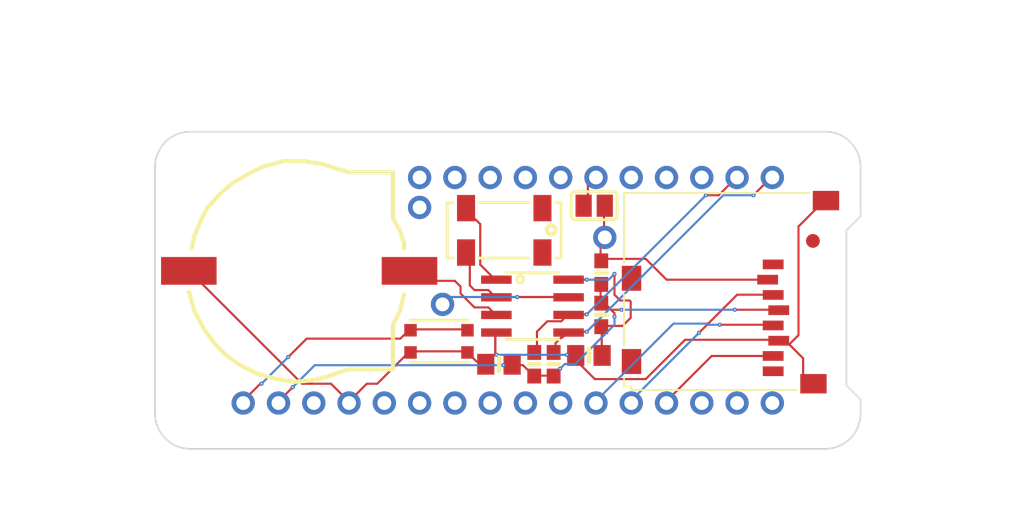
<source format=kicad_pcb>
(kicad_pcb (version 20221018) (generator pcbnew)
  (layers (0 "F.Cu" signal "Top") (31 "B.Cu" signal "Bottom") (34 "B.Paste" user) (35 "F.Paste" user) (36 "B.SilkS" user "B.Silkscreen") (37 "F.SilkS" user "F.Silkscreen") (38 "B.Mask" user) (39 "F.Mask" user) (44 "Edge.Cuts" user))
  (net 0 "")
  (net 1 "G")
  (net 2 "TX")
  (net 3 "RX")
  (net 4 "F")
  (net 5 "E")
  (net 6 "D")
  (net 7 "C")
  (net 8 "B")
  (net 9 "A")
  (net 10 "AREF")
  (net 11 "USB")
  (net 12 "N")
  (net 13 "M")
  (net 14 "L")
  (net 15 "J")
  (net 16 "I")
  (net 17 "H")
  (net 18 "SCL")
  (net 19 "SDA")
  (net 20 "GND")
  (net 21 "MOSI")
  (net 22 "MISO")
  (net 23 "SCK")
  (net 24 "+3V3")
  (net 25 "SD_CS")
  (net 26 "RESET")
  (net 27 "N$7")
  (net 28 "N$8")
  (net 29 "VBAT")
  (net 30 "EN")
  (net 31 "CR1220")
  (net 32 "INT1")
  (net 33 "CS")
  (net 34 "N$1")
  (footprint "MICROSD" (layer "F.Cu") (at 167.132 105.156 90)
    (fp_text reference "X4" hide)
    (fp_text value "microsd" hide)
    (fp_line (start -7.035 -9.76) (end -7.035 2.19) (layer "F.SilkS") (stroke (width 0.127)))
    (fp_line (start -6.785 -10.26) (end -6.785 -9.76) (layer "F.SilkS") (stroke (width 0.127)))
    (fp_line (start -6.785 -9.76) (end -7.035 -9.76) (layer "F.SilkS") (stroke (width 0.127)))
    (fp_line (start -6.135 -10.26) (end -6.785 -10.26) (layer "F.SilkS") (stroke (width 0.127)))
    (fp_line (start -3.835 -10.26) (end -0.135 -10.26) (layer "F.SilkS") (stroke (width 0.127)))
    (fp_line (start 2.115 -10.26) (end 7.165 -10.26) (layer "F.SilkS") (stroke (width 0.127)))
    (fp_line (start 7.165 -10.26) (end 7.165 3.09) (layer "F.SilkS") (stroke (width 0.127)))
    (pad "1" smd rect locked (at 2.015 0.48 90) (size 0.7 1.5) (layers "F.Cu" "F.Paste" "F.Mask"))
    (pad "2" smd rect locked (at 0.915 0.08 90) (size 0.7 1.5) (layers "F.Cu" "F.Paste" "F.Mask") (net 25 "SD_CS"))
    (pad "3" smd rect locked (at -0.185 0.48 90) (size 0.7 1.5) (layers "F.Cu" "F.Paste" "F.Mask") (net 21 "MOSI"))
    (pad "4" smd rect locked (at -1.285 0.88 90) (size 0.7 1.5) (layers "F.Cu" "F.Paste" "F.Mask") (net 24 "+3V3"))
    (pad "5" smd rect locked (at -2.385 0.48 90) (size 0.7 1.5) (layers "F.Cu" "F.Paste" "F.Mask") (net 23 "SCK"))
    (pad "6" smd rect locked (at -3.485 0.88 90) (size 0.7 1.5) (layers "F.Cu" "F.Paste" "F.Mask") (net 20 "GND"))
    (pad "7" smd rect locked (at -4.585 0.48 90) (size 0.7 1.5) (layers "F.Cu" "F.Paste" "F.Mask") (net 22 "MISO"))
    (pad "8" smd rect locked (at -5.685 0.48 90) (size 0.7 1.5) (layers "F.Cu" "F.Paste" "F.Mask"))
    (pad "CD1" smd rect locked (at -4.985 -9.72 180) (size 1.4 1.8) (layers "F.Cu" "F.Paste" "F.Mask"))
    (pad "CD2" smd rect locked (at 1.015 -9.72 180) (size 1.4 1.8) (layers "F.Cu" "F.Paste" "F.Mask"))
    (pad "MT1" smd rect locked (at -6.585 3.38 90) (size 1.4 1.9) (layers "F.Cu" "F.Paste" "F.Mask") (net 20 "GND"))
    (pad "MT2" smd rect locked (at 6.615 4.28 90) (size 1.4 1.9) (layers "F.Cu" "F.Paste" "F.Mask") (net 20 "GND"))
  )
  (footprint "BTN_KMR2_4.6X2.8" (layer "F.Cu") (at 143.5481 108.6866 180)
    (fp_text reference "SW1" hide)
    (fp_text value "KMR2" hide)
    (fp_line (start -2.1 -1.5254) (end 2.1 -1.5254) (layer "F.SilkS") (stroke (width 0.2032)))
    (fp_line (start 2.1 1.5254) (end -2.1 1.5254) (layer "F.SilkS") (stroke (width 0.2032)))
    (pad "A" smd rect (at 2.05 -0.8 180) (size 0.9 0.9) (layers "F.Cu" "F.Paste" "F.Mask") (net 20 "GND"))
    (pad "A'" smd rect (at -2.05 -0.8 180) (size 0.9 0.9) (layers "F.Cu" "F.Paste" "F.Mask") (net 20 "GND"))
    (pad "B" smd rect (at 2.05 0.8 180) (size 0.9 0.9) (layers "F.Cu" "F.Paste" "F.Mask") (net 26 "RESET"))
    (pad "B'" smd rect (at -2.05 0.8 180) (size 0.9 0.9) (layers "F.Cu" "F.Paste" "F.Mask") (net 26 "RESET"))
  )
  (footprint "SOIC8_150MIL" (layer "F.Cu") (at 150.2791 106.1466 -90)
    (fp_text reference "IC1" hide)
    (fp_text value "PCF8523T" hide)
    (fp_line (start -2.4 1.9) (end -2.4 -1.9) (layer "F.SilkS") (stroke (width 0.2032)))
    (fp_line (start 2.4 -1.9) (end 2.4 1.9) (layer "F.SilkS") (stroke (width 0.2032)))
    (fp_circle (center -1.9304 0.889) (end -1.6764 0.889) (layer "F.SilkS") (stroke (width 0.2032)) (fill none))
    (pad "1" smd rect (at -1.905 2.6 270) (size 0.6 2.2) (layers "F.Cu" "F.Paste" "F.Mask") (net 27 "N$7"))
    (pad "2" smd rect (at -0.635 2.6 270) (size 0.6 2.2) (layers "F.Cu" "F.Paste" "F.Mask") (net 28 "N$8"))
    (pad "3" smd rect (at 0.635 2.6 270) (size 0.6 2.2) (layers "F.Cu" "F.Paste" "F.Mask") (net 31 "CR1220"))
    (pad "4" smd rect (at 1.905 2.6 270) (size 0.6 2.2) (layers "F.Cu" "F.Paste" "F.Mask") (net 20 "GND"))
    (pad "5" smd rect (at 1.905 -2.6 270) (size 0.6 2.2) (layers "F.Cu" "F.Paste" "F.Mask") (net 19 "SDA"))
    (pad "6" smd rect (at 0.635 -2.6 270) (size 0.6 2.2) (layers "F.Cu" "F.Paste" "F.Mask") (net 18 "SCL"))
    (pad "7" smd rect (at -0.635 -2.6 270) (size 0.6 2.2) (layers "F.Cu" "F.Paste" "F.Mask") (net 32 "INT1"))
    (pad "8" smd rect (at -1.905 -2.6 270) (size 0.6 2.2) (layers "F.Cu" "F.Paste" "F.Mask") (net 34 "N$1"))
  )
  (footprint "CRYSTAL_8X3.8" (layer "F.Cu") (at 148.2471 100.6856)
    (fp_text reference "Y1" hide)
    (fp_text value "32khz" hide)
    (fp_line (start -4.1 -2) (end -4.1 2) (layer "F.SilkS") (stroke (width 0.2032)))
    (fp_line (start -4.1 2) (end -3.7 2) (layer "F.SilkS") (stroke (width 0.2032)))
    (fp_line (start -3.7 -2) (end -4.1 -2) (layer "F.SilkS") (stroke (width 0.2032)))
    (fp_line (start -1.8 -2) (end 1.8 -2) (layer "F.SilkS") (stroke (width 0.2032)))
    (fp_line (start -1.8 2) (end 1.8 2) (layer "F.SilkS") (stroke (width 0.2032)))
    (fp_line (start 3.7 -2) (end 4.1 -2) (layer "F.SilkS") (stroke (width 0.2032)))
    (fp_line (start 4.1 -2) (end 4.1 2) (layer "F.SilkS") (stroke (width 0.2032)))
    (fp_line (start 4.1 2) (end 3.7 2) (layer "F.SilkS") (stroke (width 0.2032)))
    (fp_circle (center 3.3782 -0.0254) (end 3.701487 -0.0254) (layer "F.SilkS") (stroke (width 0.3048)) (fill none))
    (pad "P$1" smd rect (at -2.75 1.6) (size 1.3 1.9) (layers "F.Cu" "F.Paste" "F.Mask") (net 28 "N$8"))
    (pad "P$2" smd rect (at 2.75 1.6) (size 1.3 1.9) (layers "F.Cu" "F.Paste" "F.Mask"))
    (pad "P$3" smd rect (at 2.75 -1.6) (size 1.3 1.9) (layers "F.Cu" "F.Paste" "F.Mask"))
    (pad "P$4" smd rect (at -2.75 -1.6) (size 1.3 1.9) (layers "F.Cu" "F.Paste" "F.Mask") (net 27 "N$7"))
  )
  (footprint "0603-NO" (layer "F.Cu") (at 151.8031 110.3376 -90)
    (fp_text reference "R1" hide)
    (fp_text value "10K" hide)
    (fp_line (start 0 -0.4) (end 0 0.4) (layer "F.SilkS") (stroke (width 0.3048)))
    (pad "1" smd rect (at -0.85 0 270) (size 1.075 1) (layers "F.Cu" "F.Paste" "F.Mask") (net 19 "SDA"))
    (pad "2" smd rect (at 0.85 0 270) (size 1.075 1) (layers "F.Cu" "F.Paste" "F.Mask") (net 24 "+3V3"))
  )
  (footprint "0603-NO" (layer "F.Cu") (at 150.4061 110.3376 -90)
    (fp_text reference "R2" hide)
    (fp_text value "10K" hide)
    (fp_line (start 0 -0.4) (end 0 0.4) (layer "F.SilkS") (stroke (width 0.3048)))
    (pad "1" smd rect (at -0.85 0 270) (size 1.075 1) (layers "F.Cu" "F.Paste" "F.Mask") (net 18 "SCL"))
    (pad "2" smd rect (at 0.85 0 270) (size 1.075 1) (layers "F.Cu" "F.Paste" "F.Mask") (net 24 "+3V3"))
  )
  (footprint "0603-NO" (layer "F.Cu") (at 155.2321 103.7336 -90)
    (fp_text reference "R3" hide)
    (fp_text value "100K" hide)
    (fp_line (start 0 -0.4) (end 0 0.4) (layer "F.SilkS") (stroke (width 0.3048)))
    (pad "1" smd rect (at -0.85 0 270) (size 1.075 1) (layers "F.Cu" "F.Paste" "F.Mask") (net 25 "SD_CS"))
    (pad "2" smd rect (at 0.85 0 270) (size 1.075 1) (layers "F.Cu" "F.Paste" "F.Mask") (net 24 "+3V3"))
  )
  (footprint "CR1220-2" (layer "F.Cu") (at 133.1341 103.6066)
    (fp_text reference "B1" hide)
    (fp_text value "cr1220" hide)
    (fp_line (start -7.6 1.5) (end -7.2 2.9) (layer "F.SilkS") (stroke (width 0.3048)))
    (fp_line (start -7.4 -1.6) (end -7.2 -2.5) (layer "F.SilkS") (stroke (width 0.3048)))
    (fp_line (start -7.2 -2.5) (end -6.8 -3.5) (layer "F.SilkS") (stroke (width 0.3048)))
    (fp_line (start -7.2 2.9) (end -6.5 4.2) (layer "F.SilkS") (stroke (width 0.3048)))
    (fp_line (start -6.8 -3.5) (end -6.3 -4.5) (layer "F.SilkS") (stroke (width 0.3048)))
    (fp_line (start -6.5 4.2) (end -5.7 5.3) (layer "F.SilkS") (stroke (width 0.3048)))
    (fp_line (start -6.3 -4.5) (end -5.4 -5.5) (layer "F.SilkS") (stroke (width 0.3048)))
    (fp_line (start -5.7 5.3) (end -4.9 6.1) (layer "F.SilkS") (stroke (width 0.3048)))
    (fp_line (start -5.4 -5.5) (end -4.5 -6.3) (layer "F.SilkS") (stroke (width 0.3048)))
    (fp_line (start -4.9 6.1) (end -3.9 6.8) (layer "F.SilkS") (stroke (width 0.3048)))
    (fp_line (start -4.5 -6.3) (end -3.3 -7) (layer "F.SilkS") (stroke (width 0.3048)))
    (fp_line (start -3.9 6.8) (end -2.7 7.4) (layer "F.SilkS") (stroke (width 0.3048)))
    (fp_line (start -3.3 -7) (end -2.3 -7.5) (layer "F.SilkS") (stroke (width 0.3048)))
    (fp_line (start -2.7 7.4) (end -1.3 7.8) (layer "F.SilkS") (stroke (width 0.3048)))
    (fp_line (start -2.3 -7.5) (end -0.8 -7.9) (layer "F.SilkS") (stroke (width 0.3048)))
    (fp_line (start -1.3 7.8) (end 0 8) (layer "F.SilkS") (stroke (width 0.3048)))
    (fp_line (start -0.8 -7.9) (end 0.7 -7.9) (layer "F.SilkS") (stroke (width 0.3048)))
    (fp_line (start 0 8) (end 1.2 7.9) (layer "F.SilkS") (stroke (width 0.3048)))
    (fp_line (start 0.7 -7.9) (end 2 -7.7) (layer "F.SilkS") (stroke (width 0.3048)))
    (fp_line (start 1.2 7.9) (end 2.5 7.6) (layer "F.SilkS") (stroke (width 0.3048)))
    (fp_line (start 2 -7.7) (end 3.9 -7.1) (layer "F.SilkS") (stroke (width 0.3048)))
    (fp_line (start 2.4 7.6) (end 3.9 7.1) (layer "F.SilkS") (stroke (width 0.3048)))
    (fp_line (start 3.95 -7.1) (end 7.1 -7.1) (layer "F.SilkS") (stroke (width 0.3048)))
    (fp_line (start 3.95 7.1) (end 7.1 7.1) (layer "F.SilkS") (stroke (width 0.3048)))
    (fp_line (start 7.1 -7.1) (end 7.1 -3.8) (layer "F.SilkS") (stroke (width 0.3048)))
    (fp_line (start 7.1 -3.8) (end 7.6 -2.9) (layer "F.SilkS") (stroke (width 0.3048)))
    (fp_line (start 7.1 3.9) (end 7.6 2.9) (layer "F.SilkS") (stroke (width 0.3048)))
    (fp_line (start 7.1 7.1) (end 7.1 3.9) (layer "F.SilkS") (stroke (width 0.3048)))
    (fp_line (start 7.6 -2.9) (end 7.9 -2) (layer "F.SilkS") (stroke (width 0.3048)))
    (fp_line (start 7.6 2.9) (end 7.9 1.7) (layer "F.SilkS") (stroke (width 0.3048)))
    (fp_line (start 7.9 -2) (end 7.9 -1.6) (layer "F.SilkS") (stroke (width 0.3048)))
    (pad "" np_thru_hole circle locked (at -3.5 0) (size 1.5 1.5) (drill 1.5) (layers *.Cu *.Mask))
    (pad "" np_thru_hole circle locked (at 3.95 0) (size 1.5 1.5) (drill 1.5) (layers *.Cu *.Mask))
    (pad "+" smd rect locked (at 8.29 0) (size 4 2) (layers "F.Cu" "F.Paste" "F.Mask") (net 31 "CR1220"))
    (pad "-" smd rect locked (at -7.6 0) (size 4 2) (layers "F.Cu" "F.Paste" "F.Mask") (net 20 "GND"))
  )
  (footprint "0805-NO" (layer "F.Cu") (at 154.3431 109.7026 180)
    (fp_text reference "C1" hide)
    (fp_text value "10uF" hide)
    (fp_line (start 0 -0.508) (end 0 0.508) (layer "F.SilkS") (stroke (width 0.3048)))
    (pad "1" smd rect (at -0.95 0 180) (size 1.24 1.5) (layers "F.Cu" "F.Paste" "F.Mask") (net 34 "N$1"))
    (pad "2" smd rect (at 0.95 0 180) (size 1.24 1.5) (layers "F.Cu" "F.Paste" "F.Mask") (net 20 "GND"))
  )
  (footprint "1X11_ROUND" (layer "F.Cu") (at 154.8511 96.8756)
    (fp_text reference "JP1" hide)
    (fp_text value "")
    (pad "1" thru_hole circle locked (at -12.7 0 90) (size 1.6764 1.6764) (drill 1) (layers *.Cu *.Mask) (net 30 "EN"))
    (pad "2" thru_hole circle locked (at -10.16 0 90) (size 1.6764 1.6764) (drill 1) (layers *.Cu *.Mask) (net 11 "USB"))
    (pad "3" thru_hole circle locked (at -7.62 0 90) (size 1.6764 1.6764) (drill 1) (layers *.Cu *.Mask) (net 12 "N"))
    (pad "4" thru_hole circle locked (at -5.08 0 90) (size 1.6764 1.6764) (drill 1) (layers *.Cu *.Mask) (net 13 "M"))
    (pad "5" thru_hole circle locked (at -2.54 0 90) (size 1.6764 1.6764) (drill 1) (layers *.Cu *.Mask) (net 14 "L"))
    (pad "6" thru_hole circle locked (at 0 0 90) (size 1.6764 1.6764) (drill 1) (layers *.Cu *.Mask) (net 33 "CS"))
    (pad "7" thru_hole circle locked (at 2.54 0 90) (size 1.6764 1.6764) (drill 1) (layers *.Cu *.Mask) (net 15 "J"))
    (pad "8" thru_hole circle locked (at 5.08 0 90) (size 1.6764 1.6764) (drill 1) (layers *.Cu *.Mask) (net 16 "I"))
    (pad "9" thru_hole circle locked (at 7.62 0 90) (size 1.6764 1.6764) (drill 1) (layers *.Cu *.Mask) (net 17 "H"))
    (pad "10" thru_hole circle locked (at 10.16 0 90) (size 1.6764 1.6764) (drill 1) (layers *.Cu *.Mask) (net 18 "SCL"))
    (pad "11" thru_hole circle locked (at 12.7 0 90) (size 1.6764 1.6764) (drill 1) (layers *.Cu *.Mask) (net 19 "SDA"))
  )
  (footprint "1X16_ROUND" (layer "F.Cu") (at 148.5011 113.1316 180)
    (fp_text reference "JP2" hide)
    (fp_text value "")
    (pad "1" thru_hole circle locked (at -19.05 0 270) (size 1.6764 1.6764) (drill 1) (layers *.Cu *.Mask) (net 1 "G"))
    (pad "2" thru_hole circle locked (at -16.51 0 270) (size 1.6764 1.6764) (drill 1) (layers *.Cu *.Mask) (net 2 "TX"))
    (pad "3" thru_hole circle locked (at -13.97 0 270) (size 1.6764 1.6764) (drill 1) (layers *.Cu *.Mask) (net 3 "RX"))
    (pad "4" thru_hole circle locked (at -11.43 0 270) (size 1.6764 1.6764) (drill 1) (layers *.Cu *.Mask) (net 22 "MISO"))
    (pad "5" thru_hole circle locked (at -8.89 0 270) (size 1.6764 1.6764) (drill 1) (layers *.Cu *.Mask) (net 21 "MOSI"))
    (pad "6" thru_hole circle locked (at -6.35 0 270) (size 1.6764 1.6764) (drill 1) (layers *.Cu *.Mask) (net 23 "SCK"))
    (pad "7" thru_hole circle locked (at -3.81 0 270) (size 1.6764 1.6764) (drill 1) (layers *.Cu *.Mask) (net 4 "F"))
    (pad "8" thru_hole circle locked (at -1.27 0 270) (size 1.6764 1.6764) (drill 1) (layers *.Cu *.Mask) (net 5 "E"))
    (pad "9" thru_hole circle locked (at 1.27 0 270) (size 1.6764 1.6764) (drill 1) (layers *.Cu *.Mask) (net 6 "D"))
    (pad "10" thru_hole circle locked (at 3.81 0 270) (size 1.6764 1.6764) (drill 1) (layers *.Cu *.Mask) (net 7 "C"))
    (pad "11" thru_hole circle locked (at 6.35 0 270) (size 1.6764 1.6764) (drill 1) (layers *.Cu *.Mask) (net 8 "B"))
    (pad "12" thru_hole circle locked (at 8.89 0 270) (size 1.6764 1.6764) (drill 1) (layers *.Cu *.Mask) (net 9 "A"))
    (pad "13" thru_hole circle locked (at 11.43 0 270) (size 1.6764 1.6764) (drill 1) (layers *.Cu *.Mask) (net 20 "GND"))
    (pad "14" thru_hole circle locked (at 13.97 0 270) (size 1.6764 1.6764) (drill 1) (layers *.Cu *.Mask) (net 10 "AREF"))
    (pad "15" thru_hole circle locked (at 16.51 0 270) (size 1.6764 1.6764) (drill 1) (layers *.Cu *.Mask) (net 24 "+3V3"))
    (pad "16" thru_hole circle locked (at 19.05 0 270) (size 1.6764 1.6764) (drill 1) (layers *.Cu *.Mask) (net 26 "RESET"))
  )
  (footprint "1X01_ROUND" (layer "F.Cu") (at 142.1511 99.0346)
    (fp_text reference "JP3" hide)
    (fp_text value "")
    (pad "1" thru_hole circle locked (at 0 0 90) (size 1.6764 1.6764) (drill 1) (layers *.Cu *.Mask) (net 29 "VBAT"))
  )
  (footprint "1X01_ROUND" (layer "F.Cu") (at 155.4861 101.1936)
    (fp_text reference "SDCS" hide)
    (fp_text value "")
    (pad "1" thru_hole circle (at 0 0 90) (size 1.6764 1.6764) (drill 1) (layers *.Cu *.Mask) (net 25 "SD_CS"))
  )
  (footprint "SOLDERJUMPER_CLOSEDWIRE" (layer "F.Cu") (at 154.7241 98.9076)
    (fp_text reference "SJ1" hide)
    (fp_text value "")
    (fp_line (start -1.651 0.762) (end -1.651 -0.762) (layer "F.SilkS") (stroke (width 0.2032)))
    (fp_line (start -1.397 -1.016) (end 1.397 -1.016) (layer "F.SilkS") (stroke (width 0.2032)))
    (fp_line (start 1.397 1.016) (end -1.397 1.016) (layer "F.SilkS") (stroke (width 0.2032)))
    (fp_line (start 1.651 0.762) (end 1.651 -0.762) (layer "F.SilkS") (stroke (width 0.2032)))
    (fp_arc (start -1.651 -0.762) (mid -1.576605 -0.941605) (end -1.397 -1.016) (layer "F.SilkS") (stroke (width 0.2032)))
    (fp_arc (start -1.397 1.016) (mid -1.576605 0.941605) (end -1.651 0.762) (layer "F.SilkS") (stroke (width 0.2032)))
    (fp_arc (start 1.397 -1.016) (mid 1.576605 -0.941605) (end 1.651 -0.762) (layer "F.SilkS") (stroke (width 0.2032)))
    (fp_arc (start 1.651 0.762) (mid 1.576605 0.941605) (end 1.397 1.016) (layer "F.SilkS") (stroke (width 0.2032)))
    (pad "1" smd rect (at -0.762 0) (size 1.1684 1.6002) (layers "F.Cu" "F.Mask") (net 33 "CS"))
    (pad "2" smd rect (at 0.762 0) (size 1.1684 1.6002) (layers "F.Cu" "F.Mask") (net 25 "SD_CS"))
  )
  (footprint "1X01_ROUND" (layer "F.Cu") (at 143.8021 106.0196)
    (fp_text reference "INT1" hide)
    (fp_text value "")
    (pad "1" thru_hole circle (at 0 0 90) (size 1.6764 1.6764) (drill 1) (layers *.Cu *.Mask) (net 32 "INT1"))
  )
  (footprint "FIDUCIAL_1MM" (layer "F.Cu") (at 170.4721 101.4476)
    (fp_text reference "FID1" hide)
    (fp_text value "FIDUCIAL_1MM" hide)
    (pad "1" smd roundrect (at 0 0) (size 1 1) (layers "F.Cu" "F.Mask") (roundrect_rratio 0.5))
  )
  (footprint "0603-NO" (layer "F.Cu") (at 155.2321 106.7816 -90)
    (fp_text reference "R4" hide)
    (fp_text value "1K" hide)
    (fp_line (start 0 -0.4) (end 0 0.4) (layer "F.SilkS") (stroke (width 0.3048)))
    (pad "1" smd rect (at -0.85 0 270) (size 1.075 1) (layers "F.Cu" "F.Paste" "F.Mask") (net 24 "+3V3"))
    (pad "2" smd rect (at 0.85 0 270) (size 1.075 1) (layers "F.Cu" "F.Paste" "F.Mask") (net 34 "N$1"))
  )
  (footprint "0805-NO" (layer "F.Cu") (at 147.8661 110.3376 180)
    (fp_text reference "C2" hide)
    (fp_text value "10uF" hide)
    (fp_line (start 0 -0.508) (end 0 0.508) (layer "F.SilkS") (stroke (width 0.3048)))
    (pad "1" smd rect (at -0.95 0 180) (size 1.24 1.5) (layers "F.Cu" "F.Paste" "F.Mask") (net 24 "+3V3"))
    (pad "2" smd rect (at 0.95 0 180) (size 1.24 1.5) (layers "F.Cu" "F.Paste" "F.Mask") (net 20 "GND"))
  )
  (gr_line (start 172.8851 100.6856) (end 172.8851 111.8616) (layer "Edge.Cuts") (width 0.12))
  (gr_arc (start 173.9011 113.8936) (mid 173.157151 115.689651) (end 171.3611 116.4336) (layer "Edge.Cuts") (width 0.12))
  (gr_line (start 173.9011 99.6696) (end 172.8851 100.6856) (layer "Edge.Cuts") (width 0.12))
  (gr_arc (start 125.6411 116.4336) (mid 123.845049 115.689651) (end 123.1011 113.8936) (layer "Edge.Cuts") (width 0.12))
  (gr_line (start 172.8851 111.8616) (end 173.9011 112.8776) (layer "Edge.Cuts") (width 0.12))
  (gr_line (start 123.1011 113.8936) (end 123.1011 96.1136) (layer "Edge.Cuts") (width 0.12))
  (gr_line (start 173.9011 112.8776) (end 173.9011 113.8936) (layer "Edge.Cuts") (width 0.12))
  (gr_line (start 171.3611 93.5736) (end 125.6411 93.5736) (layer "Edge.Cuts") (width 0.12))
  (gr_arc (start 123.1011 96.1136) (mid 123.845049 94.317549) (end 125.6411 93.5736) (layer "Edge.Cuts") (width 0.12))
  (gr_arc (start 171.3611 93.5736) (mid 173.157151 94.317549) (end 173.9011 96.1136) (layer "Edge.Cuts") (width 0.12))
  (gr_line (start 171.3611 116.4336) (end 125.6411 116.4336) (layer "Edge.Cuts") (width 0.12))
  (gr_line (start 173.9011 96.1136) (end 173.9011 99.6696) (layer "Edge.Cuts") (width 0.12))
  (segment (start 150.6011 109.0736) (end 150.6011 107.99026666666667) (width 0.1524) (layer "F.Cu") (net 18))
  (segment (start 150.6011 107.99026666666667) (end 151.3511 107.24026666666667) (width 0.1524) (layer "F.Cu") (net 18))
  (segment (start 151.3511 107.24026666666667) (end 152.3511 107.24026666666667) (width 0.1524) (layer "F.Cu") (net 18))
  (segment (start 152.3511 107.24026666666667) (end 152.8511 106.74026666666667) (width 0.1524) (layer "F.Cu") (net 18))
  (segment (start 164.43443333333335 97.40693333333333) (end 163.68443333333335 98.15693333333333) (width 0.1524) (layer "F.Cu") (net 18))
  (segment (start 163.68443333333335 98.15693333333333) (end 162.76776666666666 98.15693333333333) (width 0.1524) (layer "F.Cu") (net 18))
  (via micro (at 162.76776666666666 98.15693333333333) (size 0.3) (drill 0.1) (layers "F.Cu" "B.Cu") (net 18))
  (segment (start 162.76776666666666 98.15693333333333) (end 154.18443333333335 106.74026666666667) (width 0.1524) (layer "B.Cu") (net 18))
  (via micro (at 154.18443333333335 106.74026666666667) (size 0.3) (drill 0.1) (layers "F.Cu" "B.Cu") (net 18))
  (segment (start 154.18443333333335 106.74026666666667) (end 152.8511 106.74026666666667) (width 0.1524) (layer "F.Cu") (net 18))
  (segment (start 151.93443333333335 109.0736) (end 151.93443333333335 108.8236) (width 0.1524) (layer "F.Cu") (net 19))
  (segment (start 151.93443333333335 108.8236) (end 152.3511 108.40693333333333) (width 0.1524) (layer "F.Cu") (net 19))
  (segment (start 152.3511 108.40693333333333) (end 152.43443333333335 108.40693333333333) (width 0.1524) (layer "F.Cu") (net 19))
  (segment (start 152.43443333333335 108.40693333333333) (end 152.8511 107.99026666666667) (width 0.1524) (layer "F.Cu") (net 19))
  (segment (start 166.93443333333335 97.40693333333333) (end 166.18443333333335 98.15693333333333) (width 0.1524) (layer "F.Cu") (net 19))
  (via micro (at 166.18443333333335 98.15693333333333) (size 0.3) (drill 0.1) (layers "F.Cu" "B.Cu") (net 19))
  (segment (start 166.18443333333335 98.15693333333333) (end 164.01776666666666 98.15693333333333) (width 0.1524) (layer "B.Cu") (net 19))
  (segment (start 164.01776666666666 98.15693333333333) (end 154.18443333333335 107.99026666666667) (width 0.1524) (layer "B.Cu") (net 19))
  (via micro (at 154.18443333333335 107.99026666666667) (size 0.3) (drill 0.1) (layers "F.Cu" "B.Cu") (net 19))
  (segment (start 154.18443333333335 107.99026666666667) (end 152.8511 107.99026666666667) (width 0.1524) (layer "F.Cu") (net 19))
  (segment (start 146.26776666666666 110.15693333333333) (end 145.51776666666666 109.40693333333333) (width 0.1524) (layer "F.Cu") (net 20))
  (segment (start 147.43443333333335 109.74026666666667) (end 147.6011 109.5736) (width 0.1524) (layer "F.Cu") (net 20))
  (segment (start 147.6011 109.5736) (end 147.6011 107.99026666666667) (width 0.1524) (layer "F.Cu") (net 20))
  (segment (start 145.26776666666666 109.40693333333333) (end 141.43443333333335 109.40693333333333) (width 0.1524) (layer "F.Cu") (net 20))
  (segment (start 169.76776666666666 111.0736) (end 169.76776666666666 109.90693333333333) (width 0.1524) (layer "F.Cu") (net 20))
  (segment (start 169.76776666666666 109.90693333333333) (end 168.76776666666666 108.90693333333333) (width 0.1524) (layer "F.Cu") (net 20))
  (segment (start 168.76776666666666 108.90693333333333) (end 168.26776666666666 108.90693333333333) (width 0.1524) (layer "F.Cu") (net 20))
  (segment (start 168.26776666666666 108.90693333333333) (end 167.93443333333335 108.5736) (width 0.1524) (layer "F.Cu") (net 20))
  (segment (start 137.6011 112.49026666666667) (end 138.3511 111.74026666666667) (width 0.1524) (layer "F.Cu") (net 20))
  (segment (start 138.3511 111.74026666666667) (end 139.1011 111.74026666666667) (width 0.1524) (layer "F.Cu") (net 20))
  (segment (start 139.1011 111.74026666666667) (end 141.43443333333335 109.40693333333333) (width 0.1524) (layer "F.Cu") (net 20))
  (via micro (at 152.76776666666666 109.65693333333333) (size 0.3) (drill 0.1) (layers "F.Cu" "B.Cu") (net 20))
  (segment (start 152.76776666666666 109.65693333333333) (end 147.68443333333335 109.65693333333333) (width 0.1524) (layer "B.Cu") (net 20))
  (via micro (at 147.68443333333335 109.65693333333333) (size 0.3) (drill 0.1) (layers "F.Cu" "B.Cu") (net 20))
  (segment (start 147.68443333333335 109.65693333333333) (end 147.6011 109.5736) (width 0.1524) (layer "F.Cu") (net 20))
  (segment (start 147.6011 109.5736) (end 147.6011 107.99026666666667) (width 0.1524) (layer "F.Cu") (net 20))
  (segment (start 170.68443333333335 99.15693333333333) (end 169.43443333333335 100.40693333333333) (width 0.1524) (layer "F.Cu") (net 20))
  (segment (start 169.43443333333335 100.40693333333333) (end 169.43443333333335 108.24026666666667) (width 0.1524) (layer "F.Cu") (net 20))
  (segment (start 169.43443333333335 108.24026666666667) (end 168.76776666666666 108.90693333333333) (width 0.1524) (layer "F.Cu") (net 20))
  (segment (start 168.76776666666666 108.90693333333333) (end 168.26776666666666 108.90693333333333) (width 0.1524) (layer "F.Cu") (net 20))
  (segment (start 168.26776666666666 108.90693333333333) (end 167.93443333333335 108.5736) (width 0.1524) (layer "F.Cu") (net 20))
  (segment (start 153.76776666666666 110.40693333333333) (end 154.76776666666666 111.40693333333333) (width 0.1524) (layer "F.Cu") (net 20))
  (segment (start 154.76776666666666 111.40693333333333) (end 158.43443333333335 111.40693333333333) (width 0.1524) (layer "F.Cu") (net 20))
  (segment (start 158.43443333333335 111.40693333333333) (end 161.26776666666666 108.5736) (width 0.1524) (layer "F.Cu") (net 20))
  (segment (start 161.26776666666666 108.5736) (end 167.93443333333335 108.5736) (width 0.1524) (layer "F.Cu") (net 20))
  (segment (start 136.51776666666666 112.49026666666667) (end 135.76776666666666 111.74026666666667) (width 0.1524) (layer "F.Cu") (net 20))
  (segment (start 135.76776666666666 111.74026666666667) (end 133.68443333333335 111.74026666666667) (width 0.1524) (layer "F.Cu") (net 20))
  (segment (start 133.68443333333335 111.74026666666667) (end 125.51776666666667 103.5736) (width 0.1524) (layer "F.Cu") (net 20))
  (segment (start 157.8511 112.49026666666667) (end 162.26776666666666 108.0736) (width 0.1524) (layer "B.Cu") (net 21))
  (via micro (at 162.26776666666666 108.0736) (size 0.3) (drill 0.1) (layers "F.Cu" "B.Cu") (net 21))
  (segment (start 162.26776666666666 108.0736) (end 165.01776666666666 105.3236) (width 0.1524) (layer "F.Cu") (net 21))
  (segment (start 165.01776666666666 105.3236) (end 167.6011 105.3236) (width 0.1524) (layer "F.Cu") (net 21))
  (segment (start 160.43443333333335 112.49026666666667) (end 163.18443333333335 109.74026666666667) (width 0.1524) (layer "F.Cu") (net 22))
  (segment (start 163.18443333333335 109.74026666666667) (end 167.6011 109.74026666666667) (width 0.1524) (layer "F.Cu") (net 22))
  (segment (start 155.3511 112.49026666666667) (end 160.43443333333335 107.40693333333333) (width 0.1524) (layer "B.Cu") (net 23))
  (segment (start 160.43443333333335 107.40693333333333) (end 162.8511 107.40693333333333) (width 0.1524) (layer "B.Cu") (net 23))
  (segment (start 162.8511 107.40693333333333) (end 162.93443333333335 107.49026666666667) (width 0.1524) (layer "B.Cu") (net 23))
  (segment (start 162.93443333333335 107.49026666666667) (end 163.76776666666666 107.49026666666667) (width 0.1524) (layer "B.Cu") (net 23))
  (via micro (at 163.76776666666666 107.49026666666667) (size 0.3) (drill 0.1) (layers "F.Cu" "B.Cu") (net 23))
  (segment (start 163.76776666666666 107.49026666666667) (end 167.6011 107.49026666666667) (width 0.1524) (layer "F.Cu") (net 23))
  (segment (start 155.18443333333335 105.5736) (end 155.18443333333335 104.5736) (width 0.1524) (layer "F.Cu") (net 24))
  (segment (start 150.68443333333335 111.15693333333333) (end 151.76776666666666 111.15693333333333) (width 0.1524) (layer "F.Cu") (net 24))
  (segment (start 149.3511 110.40693333333333) (end 149.6011 110.40693333333333) (width 0.1524) (layer "F.Cu") (net 24))
  (segment (start 149.6011 110.40693333333333) (end 150.3511 111.15693333333333) (width 0.1524) (layer "F.Cu") (net 24))
  (segment (start 155.51776666666666 105.99026666666667) (end 156.18443333333335 106.65693333333333) (width 0.1524) (layer "F.Cu") (net 24))
  (segment (start 156.18443333333335 106.65693333333333) (end 156.18443333333335 106.90693333333333) (width 0.1524) (layer "F.Cu") (net 24))
  (via micro (at 156.18443333333335 106.90693333333333) (size 0.3) (drill 0.1) (layers "F.Cu" "B.Cu") (net 24))
  (segment (start 156.18443333333335 106.90693333333333) (end 156.18443333333335 107.49026666666667) (width 0.1524) (layer "B.Cu") (net 24))
  (segment (start 156.18443333333335 107.49026666666667) (end 153.3511 110.3236) (width 0.1524) (layer "B.Cu") (net 24))
  (segment (start 153.3511 110.3236) (end 152.6011 110.3236) (width 0.1524) (layer "B.Cu") (net 24))
  (segment (start 152.6011 110.3236) (end 152.26776666666666 110.65693333333333) (width 0.1524) (layer "B.Cu") (net 24))
  (via micro (at 152.26776666666666 110.65693333333333) (size 0.3) (drill 0.1) (layers "F.Cu" "B.Cu") (net 24))
  (segment (start 152.26776666666666 110.65693333333333) (end 151.76776666666666 111.15693333333333) (width 0.1524) (layer "F.Cu") (net 24))
  (segment (start 155.51776666666666 105.99026666666667) (end 156.01776666666666 106.49026666666667) (width 0.1524) (layer "F.Cu") (net 24))
  (segment (start 156.01776666666666 106.49026666666667) (end 156.1011 106.40693333333333) (width 0.1524) (layer "F.Cu") (net 24))
  (segment (start 156.1011 106.40693333333333) (end 156.68443333333335 106.40693333333333) (width 0.1524) (layer "F.Cu") (net 24))
  (via micro (at 156.68443333333335 106.40693333333333) (size 0.3) (drill 0.1) (layers "F.Cu" "B.Cu") (net 24))
  (segment (start 156.68443333333335 106.40693333333333) (end 164.8511 106.40693333333333) (width 0.1524) (layer "B.Cu") (net 24))
  (via micro (at 164.8511 106.40693333333333) (size 0.3) (drill 0.1) (layers "F.Cu" "B.Cu") (net 24))
  (segment (start 164.8511 106.40693333333333) (end 167.93443333333335 106.40693333333333) (width 0.1524) (layer "F.Cu") (net 24))
  (via micro (at 148.18443333333335 110.40693333333333) (size 0.3) (drill 0.1) (layers "F.Cu" "B.Cu") (net 24))
  (segment (start 148.18443333333335 110.40693333333333) (end 134.6011 110.40693333333333) (width 0.1524) (layer "B.Cu") (net 24))
  (segment (start 134.6011 110.40693333333333) (end 133.01776666666666 111.99026666666667) (width 0.1524) (layer "B.Cu") (net 24))
  (via micro (at 133.01776666666666 111.99026666666667) (size 0.3) (drill 0.1) (layers "F.Cu" "B.Cu") (net 24))
  (segment (start 133.01776666666666 111.99026666666667) (end 131.93443333333335 113.0736) (width 0.1524) (layer "F.Cu") (net 24))
  (segment (start 155.18443333333335 101.74026666666667) (end 155.18443333333335 102.8236) (width 0.1524) (layer "F.Cu") (net 25))
  (segment (start 155.43443333333335 99.65693333333333) (end 155.43443333333335 101.15693333333333) (width 0.1524) (layer "F.Cu") (net 25))
  (segment (start 155.51776666666666 102.74026666666667) (end 158.43443333333335 102.74026666666667) (width 0.1524) (layer "F.Cu") (net 25))
  (segment (start 158.43443333333335 102.74026666666667) (end 159.93443333333335 104.24026666666667) (width 0.1524) (layer "F.Cu") (net 25))
  (segment (start 159.93443333333335 104.24026666666667) (end 167.18443333333335 104.24026666666667) (width 0.1524) (layer "F.Cu") (net 25))
  (segment (start 145.26776666666666 107.8236) (end 141.43443333333335 107.8236) (width 0.1524) (layer "F.Cu") (net 26))
  (segment (start 129.93443333333335 112.49026666666667) (end 130.68443333333335 111.74026666666667) (width 0.1524) (layer "F.Cu") (net 26))
  (segment (start 130.68443333333335 111.74026666666667) (end 130.76776666666666 111.74026666666667) (width 0.1524) (layer "F.Cu") (net 26))
  (via micro (at 130.76776666666666 111.74026666666667) (size 0.3) (drill 0.1) (layers "F.Cu" "B.Cu") (net 26))
  (segment (start 130.76776666666666 111.74026666666667) (end 132.68443333333335 109.8236) (width 0.1524) (layer "B.Cu") (net 26))
  (via micro (at 132.68443333333335 109.8236) (size 0.3) (drill 0.1) (layers "F.Cu" "B.Cu") (net 26))
  (segment (start 132.68443333333335 109.8236) (end 134.01776666666666 108.49026666666667) (width 0.1524) (layer "F.Cu") (net 26))
  (segment (start 134.01776666666666 108.49026666666667) (end 140.76776666666666 108.49026666666667) (width 0.1524) (layer "F.Cu") (net 26))
  (segment (start 140.76776666666666 108.49026666666667) (end 141.43443333333335 107.8236) (width 0.1524) (layer "F.Cu") (net 26))
  (segment (start 146.01776666666666 99.74026666666667) (end 146.51776666666666 100.24026666666667) (width 0.1524) (layer "F.Cu") (net 27))
  (segment (start 146.51776666666666 100.24026666666667) (end 146.51776666666666 103.15693333333333) (width 0.1524) (layer "F.Cu") (net 27))
  (segment (start 146.51776666666666 103.15693333333333) (end 147.6011 104.24026666666667) (width 0.1524) (layer "F.Cu") (net 27))
  (segment (start 145.76776666666666 103.15693333333333) (end 145.76776666666666 104.65693333333333) (width 0.1524) (layer "F.Cu") (net 28))
  (segment (start 145.76776666666666 104.65693333333333) (end 146.1011 104.99026666666667) (width 0.1524) (layer "F.Cu") (net 28))
  (segment (start 146.1011 104.99026666666667) (end 147.1011 104.99026666666667) (width 0.1524) (layer "F.Cu") (net 28))
  (segment (start 147.1011 104.99026666666667) (end 147.6011 105.49026666666667) (width 0.1524) (layer "F.Cu") (net 28))
  (segment (start 143.3511 104.3236) (end 144.68443333333335 104.3236) (width 0.1524) (layer "F.Cu") (net 31))
  (segment (start 144.68443333333335 104.3236) (end 145.1011 104.74026666666667) (width 0.1524) (layer "F.Cu") (net 31))
  (segment (start 145.1011 104.74026666666667) (end 145.1011 105.24026666666667) (width 0.1524) (layer "F.Cu") (net 31))
  (segment (start 145.1011 105.24026666666667) (end 146.1011 106.24026666666667) (width 0.1524) (layer "F.Cu") (net 31))
  (segment (start 146.1011 106.24026666666667) (end 147.1011 106.24026666666667) (width 0.1524) (layer "F.Cu") (net 31))
  (segment (start 147.1011 106.24026666666667) (end 147.6011 106.74026666666667) (width 0.1524) (layer "F.Cu") (net 31))
  (segment (start 144.3511 105.49026666666667) (end 149.18443333333335 105.49026666666667) (width 0.1524) (layer "B.Cu") (net 32))
  (via micro (at 149.18443333333335 105.49026666666667) (size 0.3) (drill 0.1) (layers "F.Cu" "B.Cu") (net 32))
  (segment (start 149.18443333333335 105.49026666666667) (end 152.8511 105.49026666666667) (width 0.1524) (layer "F.Cu") (net 32))
  (segment (start 154.26776666666666 98.15693333333333) (end 154.26776666666666 97.40693333333333) (width 0.1524) (layer "F.Cu") (net 33))
  (segment (start 154.26776666666666 97.40693333333333) (end 154.8511 96.8236) (width 0.1524) (layer "F.Cu") (net 33))
  (segment (start 155.26776666666666 107.90693333333333) (end 155.26776666666666 109.65693333333333) (width 0.1524) (layer "F.Cu") (net 34))
  (segment (start 155.51776666666666 107.5736) (end 156.76776666666666 107.5736) (width 0.1524) (layer "F.Cu") (net 34))
  (segment (start 156.76776666666666 107.5736) (end 157.3511 106.99026666666667) (width 0.1524) (layer "F.Cu") (net 34))
  (segment (start 157.3511 106.99026666666667) (end 157.3511 105.8236) (width 0.1524) (layer "F.Cu") (net 34))
  (segment (start 157.3511 105.8236) (end 157.26776666666666 105.74026666666667) (width 0.1524) (layer "F.Cu") (net 34))
  (segment (start 157.26776666666666 105.74026666666667) (end 156.6011 105.74026666666667) (width 0.1524) (layer "F.Cu") (net 34))
  (segment (start 156.6011 105.74026666666667) (end 156.18443333333335 105.3236) (width 0.1524) (layer "F.Cu") (net 34))
  (segment (start 156.18443333333335 105.3236) (end 156.18443333333335 103.8236) (width 0.1524) (layer "F.Cu") (net 34))
  (via micro (at 156.18443333333335 103.8236) (size 0.3) (drill 0.1) (layers "F.Cu" "B.Cu") (net 34))
  (segment (start 156.18443333333335 103.8236) (end 155.76776666666666 104.24026666666667) (width 0.1524) (layer "B.Cu") (net 34))
  (segment (start 155.76776666666666 104.24026666666667) (end 154.18443333333335 104.24026666666667) (width 0.1524) (layer "B.Cu") (net 34))
  (via micro (at 154.18443333333335 104.24026666666667) (size 0.3) (drill 0.1) (layers "F.Cu" "B.Cu") (net 34))
  (segment (start 154.18443333333335 104.24026666666667) (end 152.8511 104.24026666666667) (width 0.1524) (layer "F.Cu") (net 34))
)
</source>
